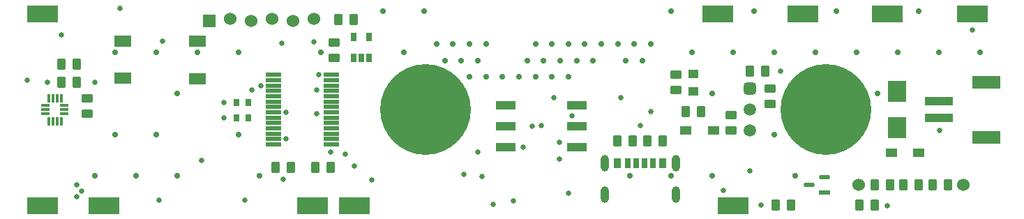
<source format=gbr>
%TF.GenerationSoftware,Altium Limited,Altium Designer,22.7.1 (60)*%
G04 Layer_Color=8388736*
%FSLAX43Y43*%
%MOMM*%
%TF.SameCoordinates,440D4EDA-C43D-4E66-B479-6B8574177269*%
%TF.FilePolarity,Negative*%
%TF.FileFunction,Soldermask,Top*%
%TF.Part,Single*%
G01*
G75*
%TA.AperFunction,SMDPad,CuDef*%
%ADD10R,0.900X1.150*%
%ADD11R,0.800X1.150*%
%ADD12R,0.700X1.150*%
%ADD13R,2.100X1.380*%
G04:AMPARAMS|DCode=14|XSize=1mm|YSize=1.42mm|CornerRadius=0.125mm|HoleSize=0mm|Usage=FLASHONLY|Rotation=180.000|XOffset=0mm|YOffset=0mm|HoleType=Round|Shape=RoundedRectangle|*
%AMROUNDEDRECTD14*
21,1,1.000,1.170,0,0,180.0*
21,1,0.750,1.420,0,0,180.0*
1,1,0.250,-0.375,0.585*
1,1,0.250,0.375,0.585*
1,1,0.250,0.375,-0.585*
1,1,0.250,-0.375,-0.585*
%
%ADD14ROUNDEDRECTD14*%
%ADD15R,1.400X1.000*%
%ADD16R,1.359X0.587*%
G04:AMPARAMS|DCode=17|XSize=1.359mm|YSize=0.587mm|CornerRadius=0.293mm|HoleSize=0mm|Usage=FLASHONLY|Rotation=180.000|XOffset=0mm|YOffset=0mm|HoleType=Round|Shape=RoundedRectangle|*
%AMROUNDEDRECTD17*
21,1,1.359,0.000,0,0,180.0*
21,1,0.772,0.587,0,0,180.0*
1,1,0.587,-0.386,0.000*
1,1,0.587,0.386,0.000*
1,1,0.587,0.386,0.000*
1,1,0.587,-0.386,0.000*
%
%ADD17ROUNDEDRECTD17*%
G04:AMPARAMS|DCode=18|XSize=1.1mm|YSize=0.6mm|CornerRadius=0.051mm|HoleSize=0mm|Usage=FLASHONLY|Rotation=90.000|XOffset=0mm|YOffset=0mm|HoleType=Round|Shape=RoundedRectangle|*
%AMROUNDEDRECTD18*
21,1,1.100,0.498,0,0,90.0*
21,1,0.998,0.600,0,0,90.0*
1,1,0.102,0.249,0.499*
1,1,0.102,0.249,-0.499*
1,1,0.102,-0.249,-0.499*
1,1,0.102,-0.249,0.499*
%
%ADD18ROUNDEDRECTD18*%
%ADD19R,0.800X0.900*%
%ADD20R,2.440X1.130*%
G04:AMPARAMS|DCode=21|XSize=1mm|YSize=1.42mm|CornerRadius=0.125mm|HoleSize=0mm|Usage=FLASHONLY|Rotation=270.000|XOffset=0mm|YOffset=0mm|HoleType=Round|Shape=RoundedRectangle|*
%AMROUNDEDRECTD21*
21,1,1.000,1.170,0,0,270.0*
21,1,0.750,1.420,0,0,270.0*
1,1,0.250,-0.585,-0.375*
1,1,0.250,-0.585,0.375*
1,1,0.250,0.585,0.375*
1,1,0.250,0.585,-0.375*
%
%ADD21ROUNDEDRECTD21*%
%ADD22R,3.800X2.030*%
%ADD23R,1.200X1.100*%
G04:AMPARAMS|DCode=24|XSize=1.9mm|YSize=0.48mm|CornerRadius=0.06mm|HoleSize=0mm|Usage=FLASHONLY|Rotation=180.000|XOffset=0mm|YOffset=0mm|HoleType=Round|Shape=RoundedRectangle|*
%AMROUNDEDRECTD24*
21,1,1.900,0.360,0,0,180.0*
21,1,1.780,0.480,0,0,180.0*
1,1,0.120,-0.890,0.180*
1,1,0.120,0.890,0.180*
1,1,0.120,0.890,-0.180*
1,1,0.120,-0.890,-0.180*
%
%ADD24ROUNDEDRECTD24*%
%ADD25R,3.400X1.500*%
%ADD26R,3.500X1.000*%
%ADD27R,2.300X2.500*%
%TA.AperFunction,ComponentPad*%
%ADD32O,1.000X2.000*%
%ADD33C,1.524*%
%ADD34R,1.524X1.524*%
%ADD35C,1.500*%
G04:AMPARAMS|DCode=36|XSize=1.5mm|YSize=1.5mm|CornerRadius=0.375mm|HoleSize=0mm|Usage=FLASHONLY|Rotation=270.000|XOffset=0mm|YOffset=0mm|HoleType=Round|Shape=RoundedRectangle|*
%AMROUNDEDRECTD36*
21,1,1.500,0.750,0,0,270.0*
21,1,0.750,1.500,0,0,270.0*
1,1,0.750,-0.375,-0.375*
1,1,0.750,-0.375,0.375*
1,1,0.750,0.375,0.375*
1,1,0.750,0.375,-0.375*
%
%ADD36ROUNDEDRECTD36*%
%TA.AperFunction,ViaPad*%
%ADD37C,11.000*%
%ADD38C,0.650*%
%ADD39C,0.700*%
%TA.AperFunction,SMDPad,CuDef*%
%ADD55R,1.100X0.350*%
%ADD56R,0.350X1.100*%
D10*
X78775Y8497D02*
D03*
X73275D02*
D03*
D11*
X77545D02*
D03*
X74505D02*
D03*
D12*
X75525D02*
D03*
X76525D02*
D03*
D13*
X22300Y18785D02*
D03*
X13200Y18795D02*
D03*
X22300Y23275D02*
D03*
X13200D02*
D03*
D14*
X109855Y5905D02*
D03*
X107985D02*
D03*
X111495D02*
D03*
X113365D02*
D03*
X106355D02*
D03*
X104485D02*
D03*
X92430Y3425D02*
D03*
X94300D02*
D03*
X104485Y3425D02*
D03*
X102615D02*
D03*
X89325Y19700D02*
D03*
X91195D02*
D03*
X81540Y14775D02*
D03*
X83410D02*
D03*
X38470Y7975D02*
D03*
X36600D02*
D03*
X31730Y7975D02*
D03*
X33600D02*
D03*
X5750Y18350D02*
D03*
X7620D02*
D03*
X7632Y20550D02*
D03*
X5762D02*
D03*
X41241Y25916D02*
D03*
X39371D02*
D03*
X73270Y11245D02*
D03*
X75140D02*
D03*
X78770D02*
D03*
X76900D02*
D03*
D15*
X106495Y9775D02*
D03*
X109855D02*
D03*
X84900Y12460D02*
D03*
X81540D02*
D03*
D16*
X98353Y4985D02*
D03*
D17*
Y6815D02*
D03*
X96500Y5900D02*
D03*
D18*
X41241Y23866D02*
D03*
X43141D02*
D03*
Y21266D02*
D03*
X42191D02*
D03*
X41241D02*
D03*
D19*
X26975Y15875D02*
D03*
Y14025D02*
D03*
X28425D02*
D03*
Y15875D02*
D03*
D20*
X59725Y15540D02*
D03*
Y13000D02*
D03*
Y10460D02*
D03*
X68325D02*
D03*
Y13000D02*
D03*
Y15540D02*
D03*
D21*
X38866Y23136D02*
D03*
Y21266D02*
D03*
X80345Y19285D02*
D03*
Y17415D02*
D03*
X87050Y12460D02*
D03*
Y14330D02*
D03*
X8875Y14500D02*
D03*
Y16370D02*
D03*
X91775Y15680D02*
D03*
Y17550D02*
D03*
D22*
X41325Y3375D02*
D03*
X3475D02*
D03*
X10925D02*
D03*
X36275D02*
D03*
X87300D02*
D03*
X106025Y26625D02*
D03*
X116325D02*
D03*
X85425D02*
D03*
X95725D02*
D03*
X3475D02*
D03*
D23*
X82500Y19300D02*
D03*
Y17200D02*
D03*
D24*
X38505Y19225D02*
D03*
Y18575D02*
D03*
Y17925D02*
D03*
Y17275D02*
D03*
Y16625D02*
D03*
Y15975D02*
D03*
Y15325D02*
D03*
Y14675D02*
D03*
Y14025D02*
D03*
Y13375D02*
D03*
Y12725D02*
D03*
Y12075D02*
D03*
Y11425D02*
D03*
Y10775D02*
D03*
X31495D02*
D03*
Y11425D02*
D03*
Y12075D02*
D03*
Y12725D02*
D03*
Y13375D02*
D03*
Y14025D02*
D03*
Y14675D02*
D03*
Y15325D02*
D03*
Y15975D02*
D03*
Y16625D02*
D03*
Y17275D02*
D03*
Y17925D02*
D03*
Y18575D02*
D03*
Y19225D02*
D03*
D25*
X118000Y18350D02*
D03*
Y11650D02*
D03*
D26*
X112250Y16000D02*
D03*
Y14000D02*
D03*
D27*
X107225Y17200D02*
D03*
Y12800D02*
D03*
D32*
X80345Y4692D02*
D03*
X71705D02*
D03*
X80345Y8492D02*
D03*
X71705D02*
D03*
D33*
X102530Y5905D02*
D03*
X115230D02*
D03*
X28780Y25787D02*
D03*
X33860D02*
D03*
X26240Y26041D02*
D03*
X31320D02*
D03*
X36400D02*
D03*
D34*
X23700Y25787D02*
D03*
D35*
X89325Y12460D02*
D03*
Y15000D02*
D03*
D36*
Y17540D02*
D03*
D37*
X50000Y15000D02*
D03*
X98565D02*
D03*
D38*
X86121Y5236D02*
D03*
X32524Y23049D02*
D03*
X56287Y9850D02*
D03*
X43456Y6468D02*
D03*
X28037Y4013D02*
D03*
X17584Y4013D02*
D03*
X1600Y18583D02*
D03*
X40266Y9637D02*
D03*
X41300Y8200D02*
D03*
X54647Y7150D02*
D03*
X58150Y3500D02*
D03*
X25465Y15875D02*
D03*
X60625Y3925D02*
D03*
X67348Y4827D02*
D03*
X36400Y23250D02*
D03*
X106025Y3375D02*
D03*
X89325Y7597D02*
D03*
X112350Y12460D02*
D03*
X93050Y19700D02*
D03*
X90725Y3425D02*
D03*
X116325Y24650D02*
D03*
X61775Y10460D02*
D03*
X66200Y9025D02*
D03*
Y11025D02*
D03*
X64000Y13050D02*
D03*
X56825Y6899D02*
D03*
X32675Y6550D02*
D03*
X33050Y14675D02*
D03*
X62916Y13025D02*
D03*
X25450Y14035D02*
D03*
X33050Y11425D02*
D03*
X29975Y17925D02*
D03*
X28887Y17400D02*
D03*
X73703Y16475D02*
D03*
X77300Y14775D02*
D03*
X67750Y14275D02*
D03*
X65500Y16475D02*
D03*
X12890Y27335D02*
D03*
X5750Y24050D02*
D03*
X9838Y18350D02*
D03*
X7625Y4450D02*
D03*
X8228Y5125D02*
D03*
X7625Y5900D02*
D03*
X38470Y9883D02*
D03*
X22750Y8875D02*
D03*
X18000Y23275D02*
D03*
X36775Y14550D02*
D03*
Y17400D02*
D03*
X37025Y19225D02*
D03*
X76025Y13050D02*
D03*
X4103Y18363D02*
D03*
D39*
X117300Y21980D02*
D03*
X112300D02*
D03*
X109800Y26980D02*
D03*
X107300Y21980D02*
D03*
X102300D02*
D03*
X104800Y16980D02*
D03*
X99800Y26980D02*
D03*
X97300Y21980D02*
D03*
X92300D02*
D03*
Y11980D02*
D03*
X94800Y6980D02*
D03*
X89800Y26980D02*
D03*
X87300Y21980D02*
D03*
X82300D02*
D03*
X84800Y16980D02*
D03*
Y6980D02*
D03*
X79800Y26980D02*
D03*
Y6980D02*
D03*
X74800D02*
D03*
X49800Y26980D02*
D03*
X47300Y21980D02*
D03*
X44800Y26980D02*
D03*
X37300Y21980D02*
D03*
X27300D02*
D03*
Y11980D02*
D03*
X29800Y6980D02*
D03*
X22300Y21980D02*
D03*
X17300D02*
D03*
X19800Y16980D02*
D03*
X17300Y11980D02*
D03*
X19800Y6980D02*
D03*
X12300Y21980D02*
D03*
Y11980D02*
D03*
X14800Y6980D02*
D03*
X9800D02*
D03*
X77300Y22980D02*
D03*
X75300D02*
D03*
X76300Y20980D02*
D03*
X73300Y22980D02*
D03*
X74300Y20980D02*
D03*
X71300Y22980D02*
D03*
X69300D02*
D03*
X70300Y20980D02*
D03*
X67300Y22980D02*
D03*
X68300Y20980D02*
D03*
X67300Y18980D02*
D03*
X65300Y22980D02*
D03*
X66300Y20980D02*
D03*
X65300Y18980D02*
D03*
X63300Y22980D02*
D03*
X64300Y20980D02*
D03*
X63300Y18980D02*
D03*
X62300Y20980D02*
D03*
X61300Y18980D02*
D03*
X59300D02*
D03*
X57300Y22980D02*
D03*
Y18980D02*
D03*
X55300Y22980D02*
D03*
X56300Y20980D02*
D03*
X55300Y18980D02*
D03*
X53300Y22980D02*
D03*
X54300Y20980D02*
D03*
X51300Y22980D02*
D03*
X52300Y20980D02*
D03*
D55*
X6141Y14500D02*
D03*
Y15000D02*
D03*
Y15500D02*
D03*
X3859D02*
D03*
Y15000D02*
D03*
Y14500D02*
D03*
D56*
X5750Y16391D02*
D03*
X5250D02*
D03*
X4750D02*
D03*
X4250D02*
D03*
X5762Y13603D02*
D03*
X5254D02*
D03*
X4746D02*
D03*
X4238D02*
D03*
%TF.MD5,79758e1d0504222233c17cdc24f2b9f9*%
M02*

</source>
